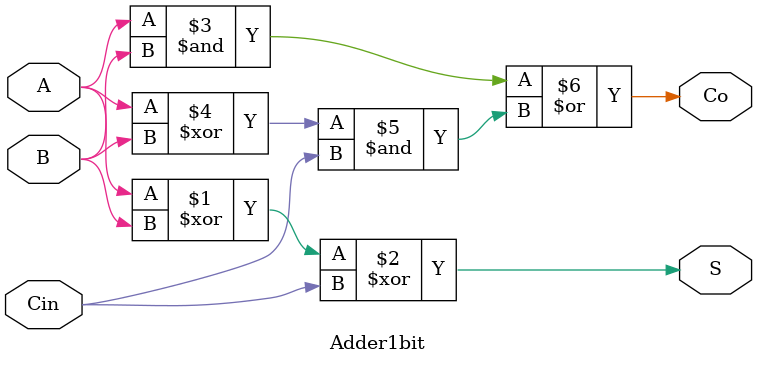
<source format=v>
module Adder1bit
(
    // ports here
    input A,
    input B,
    input Cin,
    output Co,
    output S
);

// expression
assign S = A ^ B ^ Cin;
assign Co = (A & B) | ((A ^ B) & Cin);

endmodule

// for testing, we need to write test bench code
</source>
